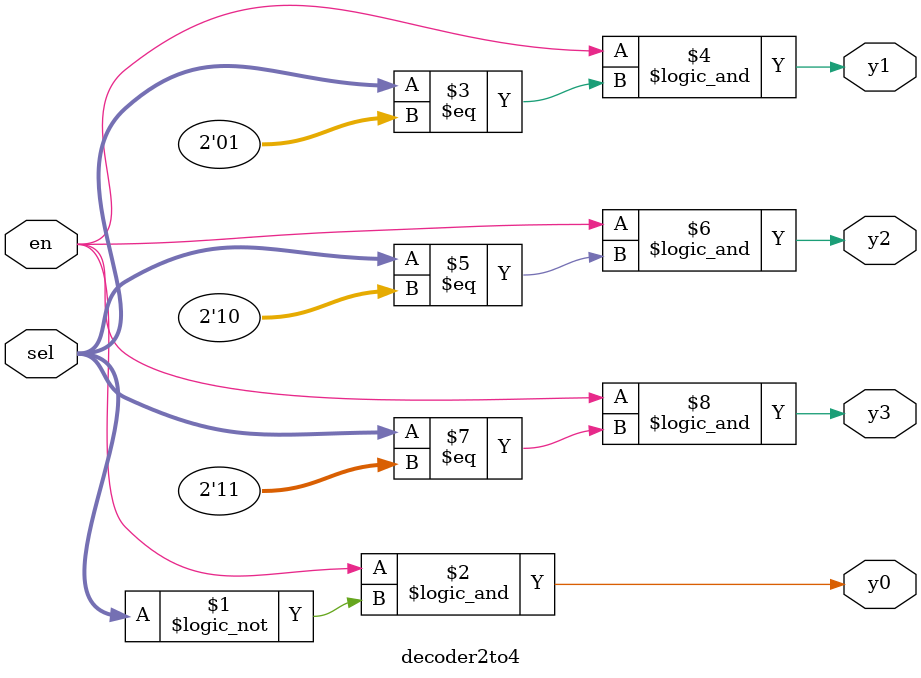
<source format=v>
module decoder2to4 (
    input  wire [1:0] sel,   
    input  wire en,          
    output wire y0,          
    output wire y1,          
    output wire y2,          
    output wire y3          
);

    assign y0 = (en && sel == 2'b00);
    assign y1 = (en && sel == 2'b01);
    assign y2 = (en && sel == 2'b10);
    assign y3 = (en && sel == 2'b11);

endmodule

</source>
